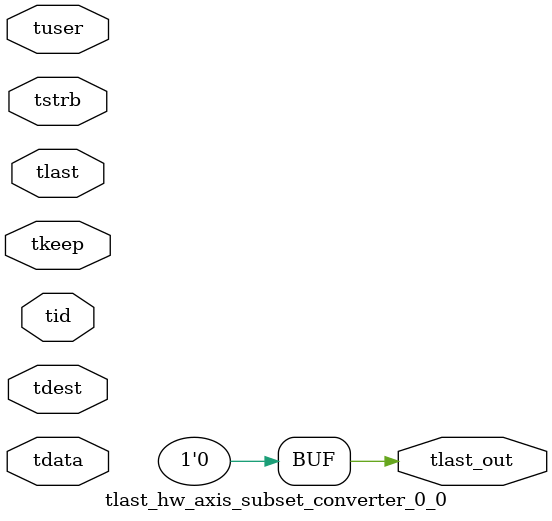
<source format=v>


`timescale 1ps/1ps

module tlast_hw_axis_subset_converter_0_0 #
(
parameter C_S_AXIS_TID_WIDTH   = 1,
parameter C_S_AXIS_TUSER_WIDTH = 0,
parameter C_S_AXIS_TDATA_WIDTH = 0,
parameter C_S_AXIS_TDEST_WIDTH = 0
)
(
input  [(C_S_AXIS_TID_WIDTH   == 0 ? 1 : C_S_AXIS_TID_WIDTH)-1:0       ] tid,
input  [(C_S_AXIS_TDATA_WIDTH == 0 ? 1 : C_S_AXIS_TDATA_WIDTH)-1:0     ] tdata,
input  [(C_S_AXIS_TUSER_WIDTH == 0 ? 1 : C_S_AXIS_TUSER_WIDTH)-1:0     ] tuser,
input  [(C_S_AXIS_TDEST_WIDTH == 0 ? 1 : C_S_AXIS_TDEST_WIDTH)-1:0     ] tdest,
input  [(C_S_AXIS_TDATA_WIDTH/8)-1:0 ] tkeep,
input  [(C_S_AXIS_TDATA_WIDTH/8)-1:0 ] tstrb,
input  [0:0]                                                             tlast,
output                                                                   tlast_out
);

assign tlast_out = {1'b0};

endmodule


</source>
